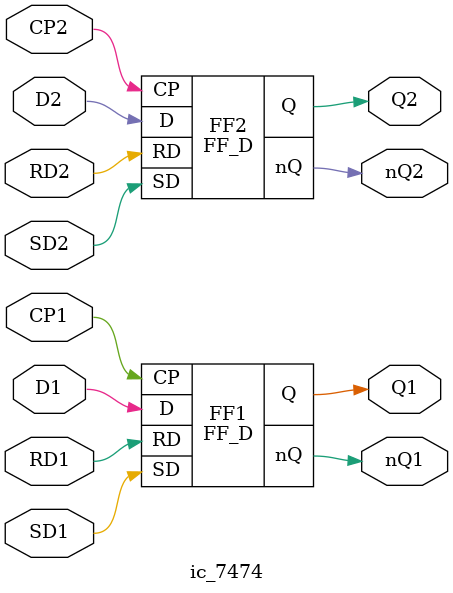
<source format=v>

module FF_D(Q, nQ, CP, D, SD, RD);
    output reg Q, nQ;
    input CP, D, SD, RD;

    always @(posedge CP)
        begin
        if(SD & RD)
            begin 
            Q <= D;
            nQ <= ~D;
            end
        end

    always @(SD, RD)
        begin
        if(~SD & RD)
            begin
            Q <= 1;
            nQ <= 0;
            end
        else if(SD & ~RD)
            begin
            Q <= 0;
            nQ <= 1;
            end
        else if(~SD & ~RD)
            begin
            Q <= 1;
            nQ <= 1;
            end
        end

endmodule

module ic_7474(
    Q1, nQ1,
    CP1, D1, SD1, RD1,
    Q2, nQ2,
    CP2, D2, SD2, RD2);
    output Q1, nQ1;
    input CP1, D1, SD1, RD1;
    output Q2, nQ2;
    input CP2, D2, SD2, RD2;
   
    FF_D FF1(Q1, nQ1, CP1, D1, SD1, RD1);
    FF_D FF2(Q2, nQ2, CP2, D2, SD2, RD2);

endmodule

</source>
